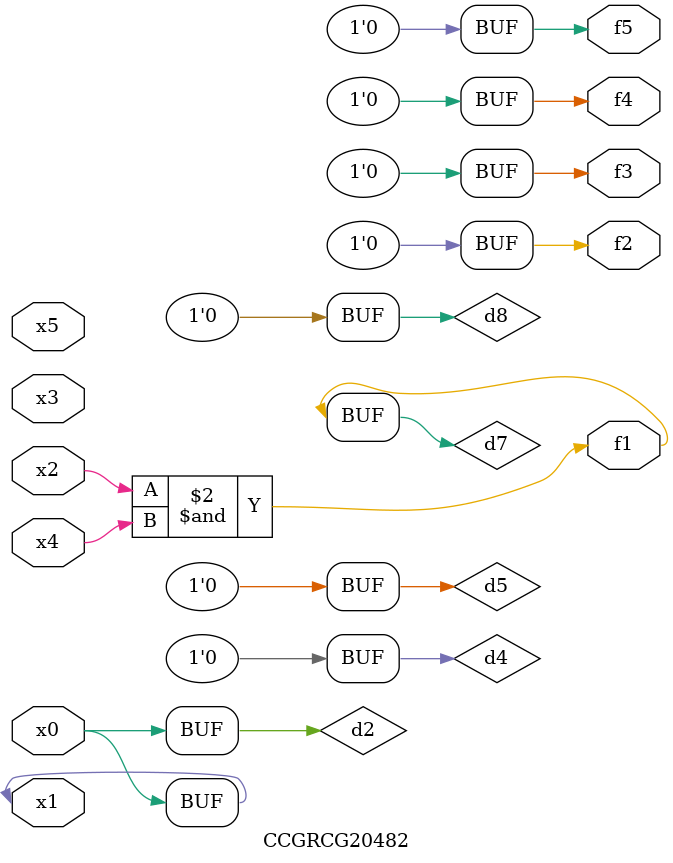
<source format=v>
module CCGRCG20482(
	input x0, x1, x2, x3, x4, x5,
	output f1, f2, f3, f4, f5
);

	wire d1, d2, d3, d4, d5, d6, d7, d8, d9;

	nand (d1, x1);
	buf (d2, x0, x1);
	nand (d3, x2, x4);
	and (d4, d1, d2);
	and (d5, d1, d2);
	nand (d6, d1, d3);
	not (d7, d3);
	xor (d8, d5);
	nor (d9, d5, d6);
	assign f1 = d7;
	assign f2 = d8;
	assign f3 = d8;
	assign f4 = d8;
	assign f5 = d8;
endmodule

</source>
